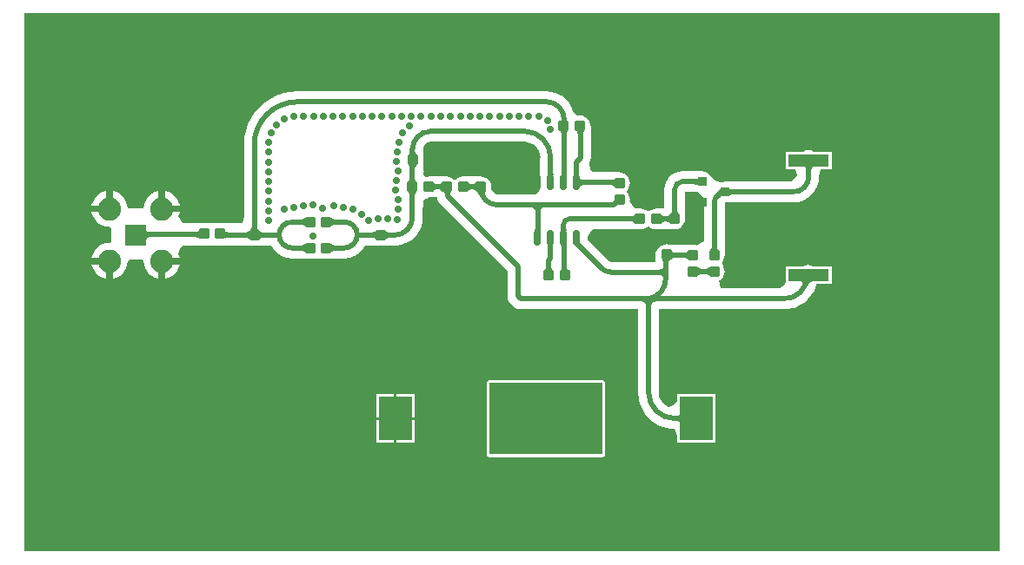
<source format=gtl>
G04*
G04 #@! TF.GenerationSoftware,Altium Limited,Altium Designer,20.1.7 (139)*
G04*
G04 Layer_Physical_Order=1*
G04 Layer_Color=255*
%FSLAX43Y43*%
%MOMM*%
G71*
G04*
G04 #@! TF.SameCoordinates,6177D0A9-487A-4126-AA2D-7D1D30F1A86E*
G04*
G04*
G04 #@! TF.FilePolarity,Positive*
G04*
G01*
G75*
%ADD16R,4.000X1.200*%
G04:AMPARAMS|DCode=17|XSize=0.94mm|YSize=1.02mm|CornerRadius=0.094mm|HoleSize=0mm|Usage=FLASHONLY|Rotation=0.000|XOffset=0mm|YOffset=0mm|HoleType=Round|Shape=RoundedRectangle|*
%AMROUNDEDRECTD17*
21,1,0.940,0.832,0,0,0.0*
21,1,0.752,1.020,0,0,0.0*
1,1,0.188,0.376,-0.416*
1,1,0.188,-0.376,-0.416*
1,1,0.188,-0.376,0.416*
1,1,0.188,0.376,0.416*
%
%ADD17ROUNDEDRECTD17*%
G04:AMPARAMS|DCode=18|XSize=0.94mm|YSize=1.02mm|CornerRadius=0.094mm|HoleSize=0mm|Usage=FLASHONLY|Rotation=90.000|XOffset=0mm|YOffset=0mm|HoleType=Round|Shape=RoundedRectangle|*
%AMROUNDEDRECTD18*
21,1,0.940,0.832,0,0,90.0*
21,1,0.752,1.020,0,0,90.0*
1,1,0.188,0.416,0.376*
1,1,0.188,0.416,-0.376*
1,1,0.188,-0.416,-0.376*
1,1,0.188,-0.416,0.376*
%
%ADD18ROUNDEDRECTD18*%
G04:AMPARAMS|DCode=19|XSize=1.5mm|YSize=0.6mm|CornerRadius=0.15mm|HoleSize=0mm|Usage=FLASHONLY|Rotation=270.000|XOffset=0mm|YOffset=0mm|HoleType=Round|Shape=RoundedRectangle|*
%AMROUNDEDRECTD19*
21,1,1.500,0.300,0,0,270.0*
21,1,1.200,0.600,0,0,270.0*
1,1,0.300,-0.150,-0.600*
1,1,0.300,-0.150,0.600*
1,1,0.300,0.150,0.600*
1,1,0.300,0.150,-0.600*
%
%ADD19ROUNDEDRECTD19*%
%ADD20R,0.813X0.813*%
%ADD21R,3.200X4.200*%
%ADD31C,0.489*%
%ADD32R,2.100X2.100*%
%ADD33C,2.250*%
%ADD34C,0.700*%
%ADD35C,0.500*%
G36*
X95000Y0D02*
X0D01*
Y52500D01*
X95000D01*
Y0D01*
D02*
G37*
%LPC*%
G36*
X13703Y35177D02*
Y33758D01*
X15122D01*
X15120Y33785D01*
X15019Y34117D01*
X14855Y34423D01*
X14636Y34691D01*
X14368Y34911D01*
X14062Y35074D01*
X13730Y35175D01*
X13703Y35177D01*
D02*
G37*
G36*
X7968D02*
X7940Y35175D01*
X7608Y35074D01*
X7302Y34911D01*
X7034Y34691D01*
X6815Y34423D01*
X6651Y34117D01*
X6550Y33785D01*
X6548Y33758D01*
X7968D01*
Y35177D01*
D02*
G37*
G36*
X26583Y44887D02*
X25903Y44843D01*
X25843Y44831D01*
X25235Y44710D01*
X24590Y44491D01*
X23979Y44189D01*
X23412Y43811D01*
X22900Y43362D01*
X22451Y42849D01*
X22072Y42283D01*
X21771Y41672D01*
X21552Y41027D01*
X21431Y40418D01*
X21419Y40358D01*
X21374Y39679D01*
X21377D01*
Y32713D01*
X21250Y32004D01*
X15454Y32004D01*
X15386Y32055D01*
X15019Y32763D01*
X15120Y33095D01*
X15122Y33123D01*
X13385D01*
Y33440D01*
X13068D01*
Y35177D01*
X13040Y35175D01*
X12708Y35074D01*
X12402Y34911D01*
X12134Y34691D01*
X11915Y34423D01*
X11751Y34117D01*
X11650Y33785D01*
X11622Y33500D01*
X10048Y33500D01*
X10020Y33785D01*
X9919Y34117D01*
X9755Y34423D01*
X9536Y34691D01*
X9268Y34911D01*
X8962Y35074D01*
X8630Y35175D01*
X8602Y35177D01*
Y33500D01*
X8500D01*
Y33440D01*
X8285D01*
Y33123D01*
X6548D01*
X6550Y33095D01*
X6651Y32763D01*
X6815Y32458D01*
X7034Y32190D01*
X7302Y31970D01*
X7608Y31806D01*
X7940Y31706D01*
X8285Y31672D01*
X8500Y31477D01*
Y30304D01*
X8285Y30109D01*
X7940Y30075D01*
X7608Y29974D01*
X7302Y29811D01*
X7034Y29591D01*
X6815Y29323D01*
X6651Y29017D01*
X6550Y28685D01*
X6548Y28658D01*
X8285D01*
Y28340D01*
X8602D01*
Y26603D01*
X8630Y26606D01*
X8962Y26706D01*
X9268Y26870D01*
X9536Y27090D01*
X9755Y27358D01*
X9919Y27663D01*
X10020Y27995D01*
X10054Y28340D01*
X10198Y28500D01*
X11472Y28500D01*
X11616Y28340D01*
X11650Y27995D01*
X11751Y27663D01*
X11915Y27358D01*
X12134Y27090D01*
X12402Y26870D01*
X12708Y26706D01*
X13040Y26606D01*
X13068Y26603D01*
Y28340D01*
X13385D01*
Y28658D01*
X15122D01*
X15120Y28685D01*
X15019Y29017D01*
X14984Y29083D01*
X15267Y29708D01*
X15413Y29845D01*
X21250Y29845D01*
Y29875D01*
X24036D01*
X24173Y29619D01*
X24457Y29273D01*
X24804Y28988D01*
X25200Y28777D01*
X25629Y28647D01*
X26075Y28603D01*
Y28605D01*
X27825D01*
X27876Y28612D01*
X29354D01*
X29405Y28605D01*
X31155D01*
Y28603D01*
X31601Y28647D01*
X32030Y28777D01*
X32426Y28988D01*
X32773Y29273D01*
X33057Y29619D01*
X33194Y29875D01*
X34538D01*
X34711Y29852D01*
X35293D01*
X36051Y29852D01*
X36055Y29852D01*
Y29852D01*
X36056Y29853D01*
X36484Y29886D01*
X36903Y29987D01*
X37301Y30152D01*
X37668Y30377D01*
X37996Y30656D01*
X38276Y30984D01*
X38501Y31351D01*
X38665Y31749D01*
X38766Y32168D01*
X38800Y32597D01*
X38798Y32623D01*
X38800Y32637D01*
Y33528D01*
X38862D01*
Y33931D01*
X39359Y34574D01*
X40208D01*
X40228Y34417D01*
X40330Y34172D01*
X40491Y33961D01*
X47056Y27396D01*
Y24928D01*
X47091Y24666D01*
X47192Y24421D01*
X47354Y24210D01*
X47640Y23924D01*
X47850Y23763D01*
X48095Y23661D01*
X48358Y23627D01*
X59782D01*
Y15523D01*
X59780D01*
X59823Y14967D01*
X59864Y14795D01*
X59954Y14424D01*
X60167Y13908D01*
X60459Y13432D01*
X60822Y13008D01*
X61246Y12645D01*
X61722Y12353D01*
X62238Y12140D01*
X62609Y12051D01*
X62781Y12010D01*
X63337Y11966D01*
X63585Y11306D01*
Y10629D01*
X67293D01*
Y15337D01*
X63585D01*
Y14654D01*
X63320Y14349D01*
X62823Y14090D01*
X62752Y14111D01*
X62488Y14253D01*
X62257Y14443D01*
X62066Y14674D01*
X61925Y14938D01*
X61838Y15225D01*
X61810Y15509D01*
X61812Y15523D01*
Y23627D01*
X73968D01*
X73968Y23625D01*
X74487Y23666D01*
X74693Y23715D01*
X74693Y23715D01*
X74693Y23715D01*
X74993Y23787D01*
X75473Y23986D01*
X75917Y24258D01*
X76313Y24596D01*
X76651Y24992D01*
X76923Y25436D01*
X77122Y25916D01*
X77163Y26087D01*
X78646D01*
Y27795D01*
X76933D01*
X76900Y27820D01*
X76655Y27922D01*
X76392Y27956D01*
X76267D01*
X76005Y27922D01*
X75760Y27820D01*
X75727Y27795D01*
X74138D01*
Y26383D01*
X74054Y26025D01*
X73555Y25657D01*
X67776D01*
X67625Y26419D01*
X67705Y26452D01*
X67915Y26614D01*
X68077Y26824D01*
X68178Y27069D01*
X68213Y27332D01*
X68178Y27594D01*
X68077Y27839D01*
X67948Y28122D01*
X68077Y28404D01*
X68178Y28649D01*
X68213Y28912D01*
Y34014D01*
X68215D01*
X68222Y34031D01*
X68239Y34038D01*
Y34041D01*
X68432Y34066D01*
X74894D01*
X74894Y34063D01*
X75385Y34111D01*
X75609Y34179D01*
X75609Y34179D01*
X75609Y34179D01*
X75857Y34254D01*
X76292Y34487D01*
X76674Y34800D01*
X76987Y35181D01*
X77219Y35616D01*
X77363Y36089D01*
X77411Y36580D01*
X77543Y37287D01*
X78646D01*
Y38995D01*
X76933D01*
X76900Y39020D01*
X76655Y39122D01*
X76392Y39156D01*
X76130Y39122D01*
X75885Y39020D01*
X75852Y38995D01*
X74138D01*
Y37287D01*
X75104D01*
X75239Y36691D01*
X74718Y36096D01*
X68264D01*
X68002Y36062D01*
X67961Y36045D01*
X67838Y36033D01*
X67788Y36018D01*
X67724Y36022D01*
X67135Y36280D01*
X66939Y36506D01*
X66908Y36579D01*
X66747Y36790D01*
X66537Y36951D01*
X66292Y37052D01*
X66029Y37087D01*
X64048D01*
X64037Y37086D01*
X63711Y37053D01*
X63387Y36955D01*
X63089Y36796D01*
X62828Y36581D01*
X62613Y36320D01*
X62453Y36021D01*
X62355Y35697D01*
X62323Y35372D01*
X62322Y35361D01*
Y33455D01*
X61561D01*
X61299Y33420D01*
X61054Y33319D01*
X60771Y33190D01*
X60489Y33319D01*
X60244Y33420D01*
X59981Y33455D01*
X59459D01*
X59441Y33466D01*
X59154Y33810D01*
X58951Y34217D01*
X58967Y34339D01*
X58933Y34602D01*
X58831Y34847D01*
X58703Y35129D01*
X58831Y35412D01*
X58933Y35657D01*
X58967Y35919D01*
X58968Y35919D01*
X58930Y36204D01*
X58821Y36469D01*
X58821Y36469D01*
X58646Y36697D01*
X58418Y36872D01*
X58418Y36872D01*
X58153Y36982D01*
X57868Y37019D01*
Y37018D01*
X55330D01*
X55124Y37308D01*
X54989Y37780D01*
X55047Y37856D01*
X55148Y38100D01*
X55183Y38363D01*
Y41459D01*
X55148Y41722D01*
X55047Y41967D01*
X54885Y42177D01*
X54812Y42251D01*
X54601Y42412D01*
X54357Y42513D01*
X54094Y42548D01*
X53785Y42573D01*
X53449Y43007D01*
X53286Y43401D01*
X53063Y43765D01*
X52786Y44089D01*
X52462Y44366D01*
X52099Y44588D01*
X51705Y44752D01*
X51290Y44851D01*
X50871Y44884D01*
X50865Y44885D01*
X26583D01*
Y44887D01*
D02*
G37*
G36*
X15122Y28023D02*
X13703D01*
Y26603D01*
X13730Y26606D01*
X14062Y26706D01*
X14368Y26870D01*
X14636Y27090D01*
X14855Y27358D01*
X15019Y27663D01*
X15120Y27995D01*
X15122Y28023D01*
D02*
G37*
G36*
X7968D02*
X6548D01*
X6550Y27995D01*
X6651Y27663D01*
X6815Y27358D01*
X7034Y27090D01*
X7302Y26870D01*
X7608Y26706D01*
X7940Y26606D01*
X7968Y26603D01*
Y28023D01*
D02*
G37*
G36*
X37993Y15337D02*
X36266D01*
Y13110D01*
X37993D01*
Y15337D01*
D02*
G37*
G36*
X36012D02*
X34285D01*
Y13110D01*
X36012D01*
Y15337D01*
D02*
G37*
G36*
X37993Y12856D02*
X36266D01*
Y10629D01*
X37993D01*
Y12856D01*
D02*
G37*
G36*
X36012D02*
X34285D01*
Y10629D01*
X36012D01*
Y12856D01*
D02*
G37*
G36*
X56289Y16742D02*
X45289D01*
X45190Y16722D01*
X45106Y16666D01*
X45050Y16582D01*
X45030Y16483D01*
Y9483D01*
X45050Y9384D01*
X45106Y9300D01*
X45190Y9244D01*
X45289Y9224D01*
X56289D01*
X56388Y9244D01*
X56472Y9300D01*
X56528Y9384D01*
X56548Y9483D01*
Y16483D01*
X56528Y16582D01*
X56472Y16666D01*
X56388Y16722D01*
X56289Y16742D01*
D02*
G37*
%LPD*%
G36*
X54512Y41031D02*
X54491Y41004D01*
X54472Y40970D01*
X54456Y40929D01*
X54443Y40881D01*
X54432Y40826D01*
X54423Y40764D01*
X54413Y40618D01*
X54412Y40535D01*
X53923D01*
X53920Y40631D01*
X53913Y40717D01*
X53901Y40792D01*
X53884Y40858D01*
X53862Y40913D01*
X53835Y40958D01*
X53804Y40993D01*
X53767Y41018D01*
X53726Y41032D01*
X53680Y41036D01*
X54535Y41051D01*
X54512Y41031D01*
D02*
G37*
G36*
X52928Y41029D02*
X52904Y41000D01*
X52882Y40964D01*
X52863Y40923D01*
X52848Y40874D01*
X52835Y40819D01*
X52825Y40758D01*
X52817Y40690D01*
X52812Y40535D01*
X52323D01*
X52320Y40633D01*
X52313Y40720D01*
X52301Y40798D01*
X52284Y40865D01*
X52262Y40921D01*
X52235Y40968D01*
X52204Y41004D01*
X52167Y41029D01*
X52126Y41045D01*
X52080Y41050D01*
X52955Y41051D01*
X52928Y41029D01*
D02*
G37*
G36*
X49005Y39958D02*
X49291Y39871D01*
X49555Y39730D01*
X49787Y39540D01*
X49977Y39308D01*
X50118Y39044D01*
X50205Y38758D01*
X50233Y38474D01*
X50231Y38459D01*
Y36003D01*
X50266Y35740D01*
X50318Y35614D01*
X50155Y35202D01*
X49901Y34852D01*
X46004D01*
X45736Y35111D01*
X45477Y35379D01*
Y35589D01*
X45443Y35852D01*
X45341Y36097D01*
X45180Y36307D01*
X44970Y36468D01*
X44725Y36570D01*
X44462Y36604D01*
X42715D01*
X42452Y36570D01*
X42207Y36468D01*
X41997Y36307D01*
X41852D01*
X41642Y36468D01*
X41397Y36570D01*
X41135Y36604D01*
X39359D01*
X38862Y37247D01*
Y39504D01*
X38904Y39607D01*
X39025Y39764D01*
X39183Y39885D01*
X39366Y39961D01*
X39553Y39985D01*
X39563Y39984D01*
X48706D01*
X48721Y39986D01*
X49005Y39958D01*
D02*
G37*
G36*
X38037Y39154D02*
X38043Y39087D01*
X38055Y39025D01*
X38070Y38967D01*
X38091Y38913D01*
X38115Y38863D01*
X38145Y38818D01*
X38179Y38777D01*
X38217Y38741D01*
X38260Y38709D01*
X37376D01*
X37409Y38734D01*
X37437Y38765D01*
X37463Y38802D01*
X37485Y38845D01*
X37503Y38894D01*
X37518Y38949D01*
X37530Y39009D01*
X37539Y39075D01*
X37544Y39147D01*
X37545Y39225D01*
X38034D01*
X38037Y39154D01*
D02*
G37*
G36*
X38216Y37713D02*
X38177Y37675D01*
X38142Y37634D01*
X38112Y37589D01*
X38087Y37539D01*
X38066Y37486D01*
X38050Y37428D01*
X38038Y37366D01*
X38031Y37300D01*
X38029Y37229D01*
X37540D01*
X37538Y37308D01*
X37525Y37447D01*
X37514Y37507D01*
X37499Y37562D01*
X37481Y37610D01*
X37460Y37653D01*
X37435Y37690D01*
X37407Y37721D01*
X37376Y37745D01*
X38260D01*
X38216Y37713D01*
D02*
G37*
G36*
X76835Y37542D02*
X76793Y37528D01*
X76757Y37503D01*
X76725Y37469D01*
X76698Y37424D01*
X76676Y37370D01*
X76659Y37306D01*
X76647Y37232D01*
X76639Y37149D01*
X76637Y37055D01*
X76148D01*
X76145Y37149D01*
X76138Y37232D01*
X76126Y37306D01*
X76109Y37370D01*
X76087Y37424D01*
X76060Y37469D01*
X76028Y37503D01*
X75991Y37528D01*
X75950Y37542D01*
X75903Y37547D01*
X76881D01*
X76835Y37542D01*
D02*
G37*
G36*
X51491Y37114D02*
X51519Y36703D01*
X51526Y36678D01*
X51535Y36661D01*
X50958D01*
X50966Y36678D01*
X50974Y36703D01*
X50980Y36737D01*
X50986Y36779D01*
X50995Y36888D01*
X51002Y37206D01*
X51491D01*
X51491Y37114D01*
D02*
G37*
G36*
X38031Y36512D02*
X38037Y36442D01*
X38046Y36378D01*
X38060Y36318D01*
X38077Y36264D01*
X38098Y36215D01*
X38123Y36171D01*
X38152Y36132D01*
X38184Y36099D01*
X38221Y36071D01*
X37338D01*
X37376Y36100D01*
X37410Y36135D01*
X37441Y36174D01*
X37467Y36218D01*
X37489Y36267D01*
X37508Y36321D01*
X37522Y36380D01*
X37532Y36444D01*
X37538Y36513D01*
X37540Y36587D01*
X38029D01*
X38031Y36512D01*
D02*
G37*
G36*
X44020Y35108D02*
X43987Y35153D01*
X43949Y35193D01*
X43907Y35229D01*
X43862Y35259D01*
X43812Y35285D01*
X43759Y35307D01*
X43701Y35323D01*
X43639Y35335D01*
X43588Y35341D01*
X43537Y35335D01*
X43476Y35323D01*
X43418Y35307D01*
X43364Y35285D01*
X43315Y35259D01*
X43269Y35229D01*
X43228Y35193D01*
X43190Y35153D01*
X43156Y35108D01*
Y36071D01*
X43190Y36026D01*
X43228Y35985D01*
X43269Y35950D01*
X43315Y35919D01*
X43364Y35893D01*
X43418Y35872D01*
X43476Y35855D01*
X43537Y35843D01*
X43588Y35838D01*
X43639Y35843D01*
X43701Y35855D01*
X43759Y35872D01*
X43812Y35893D01*
X43862Y35919D01*
X43907Y35950D01*
X43949Y35985D01*
X43987Y36026D01*
X44020Y36071D01*
Y35108D01*
D02*
G37*
G36*
X40693D02*
X40659Y35153D01*
X40622Y35193D01*
X40580Y35229D01*
X40534Y35259D01*
X40485Y35285D01*
X40431Y35307D01*
X40374Y35323D01*
X40312Y35335D01*
X40247Y35342D01*
X40182Y35335D01*
X40120Y35323D01*
X40063Y35307D01*
X40009Y35285D01*
X39959Y35259D01*
X39914Y35229D01*
X39872Y35193D01*
X39834Y35153D01*
X39801Y35108D01*
Y36071D01*
X39834Y36026D01*
X39872Y35985D01*
X39914Y35950D01*
X39959Y35919D01*
X40009Y35893D01*
X40063Y35872D01*
X40120Y35855D01*
X40182Y35843D01*
X40247Y35836D01*
X40312Y35843D01*
X40374Y35855D01*
X40431Y35872D01*
X40485Y35893D01*
X40534Y35919D01*
X40580Y35950D01*
X40622Y35985D01*
X40659Y36026D01*
X40693Y36071D01*
Y35108D01*
D02*
G37*
G36*
X65626Y35668D02*
X65621Y35699D01*
X65606Y35726D01*
X65582Y35749D01*
X65548Y35770D01*
X65504Y35788D01*
X65450Y35802D01*
X65386Y35813D01*
X65313Y35821D01*
X65137Y35827D01*
Y36316D01*
X65230Y36318D01*
X65386Y36331D01*
X65450Y36342D01*
X65504Y36356D01*
X65548Y36374D01*
X65582Y36394D01*
X65606Y36418D01*
X65621Y36445D01*
X65626Y36475D01*
Y35668D01*
D02*
G37*
G36*
X57452Y35515D02*
X57448Y35561D01*
X57434Y35603D01*
X57409Y35639D01*
X57375Y35671D01*
X57330Y35698D01*
X57275Y35720D01*
X57210Y35737D01*
X57135Y35749D01*
X57050Y35756D01*
X56954Y35759D01*
Y36248D01*
X57039Y36249D01*
X57248Y36266D01*
X57304Y36276D01*
X57352Y36288D01*
X57392Y36303D01*
X57426Y36320D01*
X57452Y36339D01*
X57470Y36361D01*
X57452Y35515D01*
D02*
G37*
G36*
X54088Y36446D02*
X54103Y36404D01*
X54127Y36368D01*
X54162Y36336D01*
X54206Y36309D01*
X54260Y36287D01*
X54324Y36270D01*
X54398Y36258D01*
X54482Y36250D01*
X54575Y36248D01*
Y35759D01*
X54482Y35756D01*
X54398Y35749D01*
X54324Y35737D01*
X54260Y35720D01*
X54206Y35698D01*
X54162Y35671D01*
X54127Y35639D01*
X54103Y35602D01*
X54088Y35561D01*
X54083Y35514D01*
Y36492D01*
X54088Y36446D01*
D02*
G37*
G36*
X41553Y35089D02*
X41532Y35064D01*
X41514Y35035D01*
X41498Y35000D01*
X41484Y34960D01*
X41473Y34914D01*
X41465Y34863D01*
X41458Y34807D01*
X41453Y34679D01*
X40964D01*
X40963Y34757D01*
X40950Y34888D01*
X40939Y34940D01*
X40925Y34985D01*
X40908Y35021D01*
X40888Y35049D01*
X40864Y35069D01*
X40838Y35080D01*
X40808Y35084D01*
X41576Y35108D01*
X41553Y35089D01*
D02*
G37*
G36*
X68647Y35434D02*
X68662Y35411D01*
X68686Y35391D01*
X68721Y35374D01*
X68765Y35359D01*
X68818Y35347D01*
X68882Y35338D01*
X68955Y35331D01*
X69131Y35326D01*
Y34837D01*
X69038Y34835D01*
X68882Y34820D01*
X68818Y34807D01*
X68765Y34791D01*
X68721Y34770D01*
X68686Y34746D01*
X68662Y34719D01*
X68647Y34687D01*
X68642Y34652D01*
Y35459D01*
X68647Y35434D01*
D02*
G37*
G36*
X44904Y35103D02*
X44888Y35064D01*
X44877Y35022D01*
X44871Y34977D01*
X44870Y34928D01*
X44873Y34876D01*
X44881Y34821D01*
X44893Y34762D01*
X44910Y34700D01*
X44932Y34635D01*
X44383Y34614D01*
X44358Y34679D01*
X44330Y34740D01*
X44300Y34798D01*
X44268Y34852D01*
X44233Y34903D01*
X44195Y34951D01*
X44155Y34995D01*
X44113Y35036D01*
X44068Y35073D01*
X44020Y35108D01*
X44924Y35138D01*
X44904Y35103D01*
D02*
G37*
G36*
X38184Y35079D02*
X38152Y35046D01*
X38123Y35007D01*
X38098Y34964D01*
X38077Y34914D01*
X38060Y34860D01*
X38046Y34801D01*
X38037Y34736D01*
X38031Y34666D01*
X38029Y34591D01*
X37540D01*
X37538Y34665D01*
X37532Y34734D01*
X37522Y34798D01*
X37508Y34857D01*
X37489Y34911D01*
X37467Y34960D01*
X37441Y35004D01*
X37410Y35044D01*
X37376Y35078D01*
X37338Y35108D01*
X38221D01*
X38184Y35079D01*
D02*
G37*
G36*
X67836Y34652D02*
X67832Y34636D01*
X67823Y34617D01*
X67807Y34594D01*
X67784Y34568D01*
X67755Y34539D01*
X67678Y34471D01*
X67575Y34390D01*
X67513Y34344D01*
X67411Y34998D01*
X67492Y35059D01*
X67683Y35222D01*
X67730Y35269D01*
X67768Y35314D01*
X67797Y35355D01*
X67819Y35393D01*
X67831Y35428D01*
X67836Y35459D01*
Y34652D01*
D02*
G37*
G36*
X50735Y33592D02*
X50642Y33587D01*
X50559Y33573D01*
X50486Y33548D01*
X50422Y33514D01*
X50369Y33470D01*
X50325Y33416D01*
X50290Y33352D01*
X50266Y33279D01*
X50251Y33196D01*
X50246Y33103D01*
X49757D01*
X49752Y33196D01*
X49738Y33279D01*
X49713Y33352D01*
X49679Y33416D01*
X49635Y33470D01*
X49581Y33514D01*
X49518Y33548D01*
X49444Y33573D01*
X49361Y33587D01*
X49268Y33592D01*
X50002Y34081D01*
X50735Y33592D01*
D02*
G37*
G36*
X63584Y33381D02*
X63591Y33316D01*
X63603Y33254D01*
X63619Y33196D01*
X63641Y33143D01*
X63667Y33093D01*
X63697Y33048D01*
X63733Y33006D01*
X63773Y32968D01*
X63818Y32935D01*
X62855D01*
X62900Y32968D01*
X62941Y33006D01*
X62976Y33048D01*
X63007Y33093D01*
X63033Y33143D01*
X63054Y33196D01*
X63071Y33254D01*
X63083Y33316D01*
X63090Y33381D01*
X63092Y33451D01*
X63581D01*
X63584Y33381D01*
D02*
G37*
G36*
X62855Y32051D02*
X62833Y32079D01*
X62804Y32103D01*
X62768Y32125D01*
X62727Y32143D01*
X62678Y32159D01*
X62623Y32172D01*
X62562Y32182D01*
X62494Y32189D01*
X62438Y32191D01*
X62384Y32186D01*
X62322Y32174D01*
X62265Y32157D01*
X62211Y32136D01*
X62162Y32110D01*
X62116Y32079D01*
X62074Y32043D01*
X62037Y32003D01*
X62003Y31958D01*
Y32921D01*
X62037Y32876D01*
X62074Y32836D01*
X62116Y32800D01*
X62162Y32769D01*
X62211Y32743D01*
X62265Y32722D01*
X62322Y32705D01*
X62384Y32694D01*
X62444Y32687D01*
X62524Y32694D01*
X62602Y32706D01*
X62669Y32723D01*
X62725Y32745D01*
X62772Y32772D01*
X62808Y32803D01*
X62833Y32840D01*
X62849Y32881D01*
X62854Y32927D01*
X62855Y32051D01*
D02*
G37*
G36*
X59540Y31958D02*
X59506Y32003D01*
X59468Y32043D01*
X59427Y32079D01*
X59381Y32110D01*
X59332Y32136D01*
X59278Y32157D01*
X59220Y32174D01*
X59159Y32186D01*
X59093Y32193D01*
X59024Y32195D01*
Y32684D01*
X59093Y32687D01*
X59159Y32694D01*
X59220Y32705D01*
X59278Y32722D01*
X59332Y32743D01*
X59381Y32769D01*
X59427Y32800D01*
X59468Y32836D01*
X59506Y32876D01*
X59540Y32921D01*
Y31958D01*
D02*
G37*
G36*
X29880Y32597D02*
X29918Y32556D01*
X29960Y32521D01*
X30005Y32490D01*
X30055Y32464D01*
X30108Y32443D01*
X30166Y32426D01*
X30228Y32414D01*
X30293Y32407D01*
X30363Y32405D01*
Y31916D01*
X30293Y31913D01*
X30228Y31906D01*
X30166Y31894D01*
X30108Y31878D01*
X30055Y31856D01*
X30005Y31830D01*
X29960Y31800D01*
X29918Y31764D01*
X29880Y31724D01*
X29847Y31679D01*
Y32642D01*
X29880Y32597D01*
D02*
G37*
G36*
X27383Y31679D02*
X27350Y31724D01*
X27312Y31764D01*
X27270Y31800D01*
X27225Y31830D01*
X27175Y31856D01*
X27122Y31878D01*
X27064Y31894D01*
X27002Y31906D01*
X26937Y31913D01*
X26867Y31916D01*
Y32405D01*
X26937Y32407D01*
X27002Y32414D01*
X27064Y32426D01*
X27122Y32443D01*
X27175Y32464D01*
X27225Y32490D01*
X27270Y32521D01*
X27312Y32556D01*
X27350Y32597D01*
X27383Y32642D01*
Y31679D01*
D02*
G37*
G36*
X66172Y34469D02*
X66210Y34312D01*
X66181Y34014D01*
X66182D01*
Y30341D01*
X66019Y30173D01*
X65420Y29885D01*
X65403Y29892D01*
X65140Y29927D01*
X62848D01*
X62815Y29940D01*
X62600Y30011D01*
X62600Y30011D01*
X62552Y29975D01*
X62289Y29940D01*
X62044Y29839D01*
X61834Y29678D01*
X61755Y29599D01*
X61594Y29389D01*
X61493Y29144D01*
X61458Y28881D01*
Y28273D01*
X57132D01*
X57125Y28272D01*
X57007Y28296D01*
X56907Y28362D01*
X56903Y28368D01*
X54857Y30414D01*
Y30548D01*
X54842Y30662D01*
X55089Y31122D01*
X55344Y31420D01*
X55351Y31424D01*
X59981D01*
X60244Y31459D01*
X60489Y31560D01*
X60771Y31689D01*
X61054Y31560D01*
X61299Y31459D01*
X61561Y31424D01*
X63283D01*
X63283Y31424D01*
X63560Y31460D01*
X63818Y31567D01*
X63818Y31567D01*
X64039Y31737D01*
X64209Y31958D01*
X64209Y31959D01*
X64316Y32216D01*
X64352Y32493D01*
X64352D01*
Y35057D01*
X65636D01*
X66172Y34469D01*
D02*
G37*
G36*
X22639Y31781D02*
X22646Y31715D01*
X22658Y31654D01*
X22674Y31596D01*
X22696Y31543D01*
X22722Y31493D01*
X22753Y31447D01*
X22788Y31406D01*
X22829Y31368D01*
X22874Y31334D01*
X21910D01*
X21955Y31368D01*
X21996Y31406D01*
X22031Y31447D01*
X22062Y31493D01*
X22088Y31543D01*
X22110Y31596D01*
X22126Y31654D01*
X22138Y31715D01*
X22145Y31781D01*
X22147Y31851D01*
X22637D01*
X22639Y31781D01*
D02*
G37*
G36*
X52761Y31714D02*
X52789Y31303D01*
X52796Y31278D01*
X52805Y31261D01*
X52228D01*
X52236Y31278D01*
X52244Y31303D01*
X52250Y31337D01*
X52256Y31379D01*
X52265Y31488D01*
X52272Y31806D01*
X52761D01*
X52761Y31714D01*
D02*
G37*
G36*
X50246Y31777D02*
X50265Y31261D01*
X49688D01*
X49701Y31285D01*
X49713Y31316D01*
X49723Y31355D01*
X49732Y31400D01*
X49746Y31513D01*
X49755Y31654D01*
X49757Y31823D01*
X50246Y31777D01*
D02*
G37*
G36*
X19547Y31333D02*
X19561Y31291D01*
X19585Y31255D01*
X19619Y31223D01*
X19663Y31196D01*
X19718Y31174D01*
X19782Y31157D01*
X19856Y31145D01*
X19941Y31137D01*
X20036Y31135D01*
Y30646D01*
X19954Y30644D01*
X19812Y30633D01*
X19750Y30623D01*
X19695Y30611D01*
X19647Y30596D01*
X19605Y30577D01*
X19570Y30557D01*
X19541Y30533D01*
X19520Y30506D01*
X19544Y31379D01*
X19547Y31333D01*
D02*
G37*
G36*
X17056Y30506D02*
X17031Y30538D01*
X17001Y30566D01*
X16964Y30590D01*
X16921Y30612D01*
X16872Y30630D01*
X16818Y30645D01*
X16757Y30656D01*
X16691Y30664D01*
X16618Y30669D01*
X16540Y30671D01*
Y31160D01*
X16635Y31163D01*
X16719Y31170D01*
X16794Y31182D01*
X16858Y31199D01*
X16913Y31221D01*
X16957Y31248D01*
X16991Y31280D01*
X17015Y31316D01*
X17029Y31358D01*
X17032Y31404D01*
X17056Y30506D01*
D02*
G37*
G36*
X22903Y31296D02*
X22937Y31263D01*
X22976Y31233D01*
X23020Y31207D01*
X23069Y31185D01*
X23123Y31167D01*
X23183Y31153D01*
X23247Y31143D01*
X23316Y31137D01*
X23390Y31135D01*
Y30646D01*
X23315Y30644D01*
X23246Y30638D01*
X23181Y30628D01*
X23122Y30615D01*
X23068Y30597D01*
X23019Y30576D01*
X22975Y30550D01*
X22936Y30521D01*
X22902Y30488D01*
X22874Y30451D01*
Y31334D01*
X22903Y31296D01*
D02*
G37*
G36*
X21910Y30451D02*
X21882Y30488D01*
X21848Y30521D01*
X21809Y30550D01*
X21765Y30576D01*
X21716Y30597D01*
X21662Y30615D01*
X21603Y30628D01*
X21538Y30638D01*
X21469Y30644D01*
X21394Y30646D01*
Y31135D01*
X21468Y31137D01*
X21537Y31143D01*
X21601Y31153D01*
X21661Y31167D01*
X21715Y31185D01*
X21764Y31207D01*
X21808Y31233D01*
X21847Y31263D01*
X21881Y31296D01*
X21910Y31334D01*
Y30451D01*
D02*
G37*
G36*
X11884Y31358D02*
X11899Y31317D01*
X11923Y31280D01*
X11958Y31248D01*
X12002Y31221D01*
X12056Y31199D01*
X12120Y31182D01*
X12194Y31170D01*
X12278Y31163D01*
X12371Y31160D01*
Y30671D01*
X12278Y30669D01*
X12194Y30661D01*
X12120Y30649D01*
X12056Y30632D01*
X12002Y30610D01*
X11958Y30583D01*
X11923Y30551D01*
X11899Y30515D01*
X11884Y30473D01*
X11879Y30427D01*
Y31405D01*
X11884Y31358D01*
D02*
G37*
G36*
X35221Y31272D02*
X35255Y31238D01*
X35294Y31208D01*
X35338Y31183D01*
X35387Y31161D01*
X35442Y31143D01*
X35501Y31130D01*
X35565Y31120D01*
X35634Y31114D01*
X35709Y31112D01*
Y30623D01*
X35634Y30621D01*
X35565Y30615D01*
X35501Y30605D01*
X35442Y30591D01*
X35387Y30574D01*
X35338Y30552D01*
X35294Y30526D01*
X35255Y30497D01*
X35221Y30463D01*
X35193Y30426D01*
Y31309D01*
X35221Y31272D01*
D02*
G37*
G36*
X34229Y30426D02*
X34198Y30468D01*
X34162Y30505D01*
X34121Y30538D01*
X34076Y30567D01*
X34027Y30591D01*
X33973Y30611D01*
X33915Y30626D01*
X33852Y30637D01*
X33785Y30643D01*
X33713Y30646D01*
Y31135D01*
X33790Y31136D01*
X33928Y31150D01*
X33988Y31163D01*
X34042Y31178D01*
X34091Y31197D01*
X34134Y31220D01*
X34172Y31246D01*
X34203Y31276D01*
X34229Y31309D01*
Y30426D01*
D02*
G37*
G36*
X51522Y29922D02*
X51510Y29890D01*
X51499Y29852D01*
X51490Y29806D01*
X51477Y29694D01*
X51468Y29553D01*
X51466Y29384D01*
X50976Y29429D01*
X50958Y29946D01*
X51535D01*
X51522Y29922D01*
D02*
G37*
G36*
X52816Y29938D02*
X52821Y29914D01*
X52826Y29876D01*
X52832Y29760D01*
X52837Y29364D01*
X52348Y29368D01*
X52347Y29445D01*
X52329Y29652D01*
X52318Y29712D01*
X52305Y29767D01*
X52289Y29818D01*
X52271Y29865D01*
X52251Y29908D01*
X52228Y29946D01*
X52805D01*
X52811Y29949D01*
X52816Y29938D01*
D02*
G37*
G36*
X67444Y29800D02*
X67452Y29734D01*
X67463Y29673D01*
X67480Y29615D01*
X67501Y29561D01*
X67527Y29512D01*
X67558Y29466D01*
X67594Y29425D01*
X67634Y29387D01*
X67679Y29353D01*
X66716D01*
X66761Y29387D01*
X66801Y29425D01*
X66837Y29466D01*
X66868Y29512D01*
X66894Y29561D01*
X66915Y29615D01*
X66932Y29673D01*
X66944Y29734D01*
X66951Y29800D01*
X66953Y29869D01*
X67442D01*
X67444Y29800D01*
D02*
G37*
G36*
X29880Y30057D02*
X29918Y30016D01*
X29960Y29981D01*
X30005Y29950D01*
X30055Y29924D01*
X30108Y29903D01*
X30166Y29886D01*
X30228Y29874D01*
X30293Y29867D01*
X30363Y29865D01*
Y29376D01*
X30293Y29373D01*
X30228Y29366D01*
X30166Y29354D01*
X30108Y29338D01*
X30055Y29316D01*
X30005Y29290D01*
X29960Y29260D01*
X29918Y29224D01*
X29880Y29184D01*
X29847Y29139D01*
Y30102D01*
X29880Y30057D01*
D02*
G37*
G36*
X27383Y29139D02*
X27350Y29184D01*
X27312Y29224D01*
X27270Y29260D01*
X27225Y29290D01*
X27175Y29316D01*
X27122Y29338D01*
X27064Y29354D01*
X27002Y29366D01*
X26937Y29373D01*
X26867Y29376D01*
Y29865D01*
X26937Y29867D01*
X27002Y29874D01*
X27064Y29886D01*
X27122Y29903D01*
X27175Y29924D01*
X27225Y29950D01*
X27270Y29981D01*
X27312Y30016D01*
X27350Y30057D01*
X27383Y30102D01*
Y29139D01*
D02*
G37*
G36*
X63017Y29354D02*
X63031Y29312D01*
X63055Y29276D01*
X63090Y29244D01*
X63134Y29217D01*
X63189Y29195D01*
X63254Y29178D01*
X63329Y29166D01*
X63414Y29159D01*
X63510Y29156D01*
Y28667D01*
X63434Y28665D01*
X63364Y28660D01*
X63300Y28650D01*
X63240Y28637D01*
X63186Y28620D01*
X63137Y28599D01*
X63093Y28575D01*
X63055Y28546D01*
X63021Y28514D01*
X62994Y28478D01*
X63013Y29400D01*
X63017Y29354D01*
D02*
G37*
G36*
X64659Y28470D02*
X64630Y28507D01*
X64596Y28541D01*
X64557Y28571D01*
X64513Y28596D01*
X64464Y28618D01*
X64410Y28636D01*
X64350Y28649D01*
X64286Y28659D01*
X64217Y28665D01*
X64142Y28667D01*
Y29156D01*
X64217Y29158D01*
X64286Y29164D01*
X64350Y29174D01*
X64410Y29188D01*
X64464Y29205D01*
X64513Y29227D01*
X64557Y29253D01*
X64596Y29282D01*
X64630Y29316D01*
X64659Y29353D01*
Y28470D01*
D02*
G37*
G36*
X52840Y27828D02*
X52847Y27740D01*
X52859Y27663D01*
X52876Y27596D01*
X52898Y27539D01*
X52925Y27493D01*
X52956Y27457D01*
X52993Y27431D01*
X53034Y27416D01*
X53080Y27411D01*
X52204Y27409D01*
X52232Y27432D01*
X52256Y27461D01*
X52278Y27496D01*
X52296Y27538D01*
X52312Y27586D01*
X52325Y27641D01*
X52335Y27703D01*
X52342Y27770D01*
X52348Y27926D01*
X52837D01*
X52840Y27828D01*
D02*
G37*
G36*
X51312Y27851D02*
X51318Y27782D01*
X51328Y27718D01*
X51342Y27658D01*
X51360Y27604D01*
X51381Y27555D01*
X51407Y27511D01*
X51437Y27472D01*
X51470Y27438D01*
X51508Y27409D01*
X50624D01*
X50662Y27438D01*
X50695Y27472D01*
X50725Y27511D01*
X50751Y27555D01*
X50772Y27604D01*
X50790Y27658D01*
X50804Y27718D01*
X50814Y27782D01*
X50819Y27851D01*
X50821Y27926D01*
X51311D01*
X51312Y27851D01*
D02*
G37*
G36*
X66716Y26890D02*
X66687Y26927D01*
X66653Y26961D01*
X66614Y26991D01*
X66570Y27016D01*
X66521Y27038D01*
X66467Y27056D01*
X66408Y27069D01*
X66344Y27079D01*
X66274Y27085D01*
X66200Y27087D01*
Y27576D01*
X66274Y27578D01*
X66344Y27584D01*
X66408Y27594D01*
X66467Y27608D01*
X66521Y27625D01*
X66570Y27647D01*
X66614Y27673D01*
X66653Y27702D01*
X66687Y27736D01*
X66716Y27773D01*
Y26890D01*
D02*
G37*
G36*
X65651Y27736D02*
X65685Y27702D01*
X65724Y27673D01*
X65768Y27647D01*
X65817Y27625D01*
X65871Y27608D01*
X65930Y27594D01*
X65994Y27584D01*
X66064Y27578D01*
X66138Y27576D01*
Y27087D01*
X66064Y27085D01*
X65994Y27079D01*
X65930Y27069D01*
X65871Y27056D01*
X65817Y27038D01*
X65768Y27016D01*
X65724Y26991D01*
X65685Y26961D01*
X65651Y26927D01*
X65622Y26890D01*
Y27773D01*
X65651Y27736D01*
D02*
G37*
G36*
X62962Y28461D02*
X62915Y28457D01*
X62874Y28443D01*
X62837Y28418D01*
X62806Y28383D01*
X62779Y28339D01*
X62757Y28284D01*
X62740Y28219D01*
X62727Y28143D01*
X62720Y28058D01*
X62718Y27962D01*
X62248D01*
X62718Y27258D01*
X62229Y26623D01*
X62224Y26697D01*
X62209Y26764D01*
X62185Y26822D01*
X62150Y26873D01*
X62106Y26916D01*
X62053Y26951D01*
X61989Y26978D01*
X61916Y26998D01*
X61833Y27010D01*
X61740Y27013D01*
Y27503D01*
X61833Y27507D01*
X61916Y27522D01*
X61989Y27547D01*
X62053Y27581D01*
X62106Y27625D01*
X62150Y27679D01*
X62185Y27742D01*
X62209Y27816D01*
X62224Y27899D01*
X62228Y27985D01*
X62227Y28046D01*
X62210Y28254D01*
X62199Y28310D01*
X62186Y28358D01*
X62171Y28399D01*
X62153Y28432D01*
X62133Y28459D01*
X62110Y28478D01*
X62962Y28461D01*
D02*
G37*
G36*
X76662Y26343D02*
X76614Y26329D01*
X76568Y26306D01*
X76522Y26273D01*
X76479Y26231D01*
X76436Y26180D01*
X76395Y26120D01*
X76356Y26050D01*
X76318Y25971D01*
X76281Y25883D01*
X75738Y25898D01*
X75769Y25983D01*
X75791Y26059D01*
X75805Y26127D01*
X75810Y26185D01*
X75807Y26235D01*
X75795Y26275D01*
X75775Y26307D01*
X75747Y26329D01*
X75710Y26343D01*
X75665Y26347D01*
X76712D01*
X76662Y26343D01*
D02*
G37*
G36*
X61531Y24397D02*
X61438Y24392D01*
X61355Y24378D01*
X61281Y24353D01*
X61218Y24319D01*
X61164Y24275D01*
X61120Y24221D01*
X61086Y24158D01*
X61061Y24084D01*
X61046Y24001D01*
X61042Y23908D01*
X60553D01*
X60548Y24001D01*
X60533Y24084D01*
X60509Y24158D01*
X60474Y24221D01*
X60430Y24275D01*
X60376Y24319D01*
X60313Y24353D01*
X60240Y24378D01*
X60156Y24392D01*
X60064Y24397D01*
X60797Y24886D01*
X61531Y24397D01*
D02*
G37*
G36*
X63845Y12494D02*
X63840Y12541D01*
X63826Y12582D01*
X63801Y12619D01*
X63767Y12651D01*
X63722Y12678D01*
X63668Y12700D01*
X63604Y12717D01*
X63530Y12729D01*
X63447Y12736D01*
X63353Y12739D01*
Y13228D01*
X63447Y13230D01*
X63530Y13238D01*
X63604Y13250D01*
X63668Y13267D01*
X63722Y13289D01*
X63767Y13316D01*
X63801Y13348D01*
X63826Y13384D01*
X63840Y13426D01*
X63845Y13472D01*
Y12494D01*
D02*
G37*
G36*
X56289Y9483D02*
X45289D01*
Y16483D01*
X56289D01*
Y9483D01*
D02*
G37*
D16*
X76392Y38141D02*
D03*
Y26941D02*
D03*
D17*
X62552Y28960D02*
D03*
X60972D02*
D03*
X37818Y38227D02*
D03*
X39398D02*
D03*
X42715Y35589D02*
D03*
X41135D02*
D03*
X44462D02*
D03*
X46042D02*
D03*
X51066Y26928D02*
D03*
X52646D02*
D03*
X29405Y29620D02*
D03*
X27825D02*
D03*
X39359Y35589D02*
D03*
X37779D02*
D03*
X19078Y30988D02*
D03*
X17498D02*
D03*
X54094Y41533D02*
D03*
X52514D02*
D03*
X29405Y32160D02*
D03*
X27825D02*
D03*
X61561Y32440D02*
D03*
X59981D02*
D03*
D18*
X34711Y30867D02*
D03*
Y29287D02*
D03*
X22392Y30893D02*
D03*
Y29313D02*
D03*
X65140Y28912D02*
D03*
Y27332D02*
D03*
X67198D02*
D03*
Y28912D02*
D03*
X57952Y34339D02*
D03*
Y35919D02*
D03*
X63337Y32493D02*
D03*
Y30913D02*
D03*
D19*
X49976Y36003D02*
D03*
X51246D02*
D03*
X52516D02*
D03*
X53786D02*
D03*
X52516Y30603D02*
D03*
X51246D02*
D03*
X49976D02*
D03*
X53786D02*
D03*
D20*
X66029Y36072D02*
D03*
X68239Y35056D02*
D03*
X66029Y34040D02*
D03*
D21*
X36139Y12983D02*
D03*
X65439D02*
D03*
D31*
X52567Y42168D02*
G03*
X50865Y43870I-1702J0D01*
G01*
X26583D02*
G03*
X22392Y39679I0J-4191D01*
G01*
X26075Y32160D02*
G03*
X24805Y30890I0J-1270D01*
G01*
D02*
G03*
X26075Y29620I1270J0D01*
G01*
X49500Y36480D02*
G03*
X49976Y36003I476J0D01*
G01*
X73968Y24642D02*
G03*
X76267Y26941I0J2299D01*
G01*
X60797Y24665D02*
G03*
X62473Y26623I-305J1958D01*
G01*
X60797Y15523D02*
G03*
X63337Y12983I2540J0D01*
G01*
X74894Y35081D02*
G03*
X76392Y36580I0J1499D01*
G01*
X68239Y35056D02*
G03*
X67198Y34014I0J-1041D01*
G01*
X64048Y36072D02*
G03*
X63337Y35361I0J-711D01*
G01*
X63283Y32440D02*
G03*
X63337Y32493I0J53D01*
G01*
X56185Y27650D02*
G03*
X57132Y27258I947J947D01*
G01*
X62552Y28960D02*
G03*
X62600Y28912I48J0D01*
G01*
X53050Y32440D02*
G03*
X52516Y31906I0J-533D01*
G01*
X44462Y35361D02*
G03*
X45986Y33837I1524J0D01*
G01*
X49976Y30603D02*
G03*
X50002Y30629I0J25D01*
G01*
X36055Y30867D02*
G03*
X37784Y32637I-0J1730D01*
G01*
X39563Y40999D02*
G03*
X37790Y39226I0J-1773D01*
G01*
X57952Y35919D02*
G03*
X57868Y36003I-84J0D01*
G01*
X51246Y38459D02*
G03*
X48706Y40999I-2540J0D01*
G01*
X10860Y30916D02*
G03*
X10835Y30890I0J-25D01*
G01*
X32425D02*
G03*
X31155Y32160I-1270J0D01*
G01*
Y29620D02*
G03*
X32425Y30890I0J1270D01*
G01*
X52567Y36054D02*
Y42168D01*
X26583Y43870D02*
X50865D01*
X26075Y32160D02*
X27825D01*
X22392Y30893D02*
Y39679D01*
X19078Y30890D02*
X24805D01*
X26075Y29620D02*
X27825D01*
X37784Y35589D02*
Y38157D01*
X49500Y36480D02*
Y38500D01*
X50000D01*
X76267Y26941D02*
X76392D01*
X60797Y24642D02*
X73968D01*
X60797D02*
Y24665D01*
Y15523D02*
Y24642D01*
X48358D02*
X60797D01*
X63337Y12983D02*
X65439D01*
X68239Y35056D02*
X68264Y35081D01*
X74894D01*
X76392Y36580D02*
Y38141D01*
X67198Y28912D02*
Y34014D01*
X64048Y36072D02*
X66029D01*
X61561Y32440D02*
X63283D01*
X63337Y32493D02*
Y35361D01*
X65140Y27332D02*
X67198D01*
X62473Y28881D02*
X62552Y28960D01*
X62473Y27258D02*
Y28881D01*
Y26623D02*
Y27258D01*
X53786Y30603D02*
X53842Y30548D01*
Y29993D02*
Y30548D01*
Y29993D02*
X56185Y27650D01*
Y27650D02*
Y27650D01*
X57132Y27258D02*
X62473D01*
X62600Y28912D02*
X65140D01*
X53050Y32440D02*
X59981D01*
X52516Y30603D02*
Y31906D01*
X41209Y34679D02*
X48071Y27817D01*
X41209Y34679D02*
Y35515D01*
X48071Y24928D02*
Y27817D01*
X41135Y35589D02*
X41209Y35515D01*
X48071Y24928D02*
X48358Y24642D01*
X50002Y30629D02*
Y33837D01*
X45986D02*
X50002D01*
X57409D01*
X57912Y34339D02*
X57952D01*
X57409Y33837D02*
X57912Y34339D01*
X39359Y35589D02*
X41135D01*
X44462Y35361D02*
Y35589D01*
X42715D02*
X44462D01*
X37784Y32637D02*
Y35589D01*
X37790Y38205D02*
Y39226D01*
X37736Y38205D02*
X37784Y38157D01*
X39563Y40999D02*
X48706D01*
X34711Y30867D02*
X36053D01*
X36055Y30867D01*
X32425Y30890D02*
X34711D01*
Y30867D02*
X34759Y30916D01*
X51221Y30578D02*
X51246Y30603D01*
X51221Y28581D02*
Y30578D01*
X51066Y28426D02*
X51221Y28581D01*
X51066Y26928D02*
Y28426D01*
X52593Y26981D02*
X52646Y26928D01*
X52516Y30603D02*
X52572Y30548D01*
Y29931D02*
Y30548D01*
Y29931D02*
X52593Y29911D01*
Y26981D02*
Y29911D01*
X54094Y41533D02*
X54167Y41459D01*
Y38363D02*
Y41459D01*
X53786Y37824D02*
Y37982D01*
X54167Y38363D01*
X53786Y36003D02*
Y37824D01*
Y36003D02*
X57868D01*
X52516D02*
X52567Y36054D01*
X51246Y36003D02*
Y38459D01*
X10860Y30916D02*
X17625D01*
X29405Y32160D02*
X31155D01*
X29405Y29620D02*
X31155D01*
D32*
X10835Y30890D02*
D03*
D33*
X8285Y28340D02*
D03*
X13385D02*
D03*
Y33440D02*
D03*
X8285D02*
D03*
D34*
X86450Y42000D02*
D03*
X80100Y29300D02*
D03*
X86450Y16600D02*
D03*
X80100Y3900D02*
D03*
X73750Y42000D02*
D03*
Y16600D02*
D03*
X67400Y3900D02*
D03*
X61050Y42000D02*
D03*
X54700Y3900D02*
D03*
X42000Y29300D02*
D03*
Y3900D02*
D03*
X35650Y16600D02*
D03*
X29300Y3900D02*
D03*
X22950Y16600D02*
D03*
X16600Y3900D02*
D03*
X10250Y42000D02*
D03*
X3900Y29300D02*
D03*
X10250Y16600D02*
D03*
X3900Y3900D02*
D03*
X37462Y41563D02*
D03*
X36858Y40825D02*
D03*
X36500Y39940D02*
D03*
X36287Y39010D02*
D03*
X36219Y38059D02*
D03*
X36413Y37125D02*
D03*
X36201Y36195D02*
D03*
X36180Y35241D02*
D03*
X36413Y34316D02*
D03*
Y33362D02*
D03*
X36353Y32410D02*
D03*
X35399Y32431D02*
D03*
X34446Y32467D02*
D03*
X33514Y32261D02*
D03*
X32830Y32926D02*
D03*
X31996Y33390D02*
D03*
X31053Y33531D02*
D03*
X30122Y33740D02*
D03*
X28085Y30809D02*
D03*
X30281Y28096D02*
D03*
X31222Y28252D02*
D03*
X32155Y28453D02*
D03*
X32960Y28965D02*
D03*
X35711Y29431D02*
D03*
X36657Y29560D02*
D03*
X37553Y29887D02*
D03*
X38309Y30468D02*
D03*
X38848Y31256D02*
D03*
X39124Y32169D02*
D03*
X39155Y33122D02*
D03*
Y34076D02*
D03*
Y36889D02*
D03*
X39803Y39628D02*
D03*
X40757D02*
D03*
X41711D02*
D03*
X42665D02*
D03*
X43619D02*
D03*
X44573D02*
D03*
X45527D02*
D03*
X46481D02*
D03*
X47435D02*
D03*
X48389D02*
D03*
X49325Y39445D02*
D03*
X46273Y42499D02*
D03*
X47227D02*
D03*
X48181D02*
D03*
X49135D02*
D03*
X50089D02*
D03*
X50924Y42038D02*
D03*
X51181Y41148D02*
D03*
X22436Y29358D02*
D03*
X23390D02*
D03*
X20528D02*
D03*
X21482D02*
D03*
X17080Y32518D02*
D03*
X16126D02*
D03*
X18988D02*
D03*
X18034D02*
D03*
X16712Y29358D02*
D03*
X15758D02*
D03*
X17666D02*
D03*
X25695Y45168D02*
D03*
X24771Y44932D02*
D03*
X23896Y44550D02*
D03*
X23104Y44019D02*
D03*
X22417Y43357D02*
D03*
X21846Y42592D02*
D03*
X21415Y41741D02*
D03*
X21145Y40826D02*
D03*
X21027Y39880D02*
D03*
X21021Y38926D02*
D03*
Y37972D02*
D03*
Y37018D02*
D03*
Y36064D02*
D03*
Y35110D02*
D03*
Y34156D02*
D03*
Y33202D02*
D03*
X19942Y32518D02*
D03*
X18620Y29358D02*
D03*
X19574D02*
D03*
X24214Y29025D02*
D03*
X24999Y28482D02*
D03*
X25925Y28256D02*
D03*
X26872Y28140D02*
D03*
X27813Y27981D02*
D03*
X28756Y28127D02*
D03*
X29010Y33483D02*
D03*
X28110Y33800D02*
D03*
X27157Y33761D02*
D03*
X26231Y33531D02*
D03*
X25286Y33405D02*
D03*
X23763Y32290D02*
D03*
Y33244D02*
D03*
Y34198D02*
D03*
Y35152D02*
D03*
Y36106D02*
D03*
Y37060D02*
D03*
Y38014D02*
D03*
Y38968D02*
D03*
X23781Y39922D02*
D03*
X24022Y40845D02*
D03*
X24556Y41635D02*
D03*
X25324Y42201D02*
D03*
X26239Y42472D02*
D03*
X27193Y42499D02*
D03*
X28147D02*
D03*
X29101D02*
D03*
X30055D02*
D03*
X31009D02*
D03*
X31963D02*
D03*
X32917D02*
D03*
X33871D02*
D03*
X34825D02*
D03*
X35779D02*
D03*
X36733D02*
D03*
X37687D02*
D03*
X38641D02*
D03*
X39595D02*
D03*
X40549D02*
D03*
X41503D02*
D03*
X42457D02*
D03*
X43411D02*
D03*
X44365D02*
D03*
X45319D02*
D03*
X53627Y43510D02*
D03*
X53082Y44294D02*
D03*
X52321Y44869D02*
D03*
X51421Y45187D02*
D03*
X50469Y45241D02*
D03*
X49515D02*
D03*
X48561D02*
D03*
X47607D02*
D03*
X46653D02*
D03*
X45699D02*
D03*
X44745D02*
D03*
X43791D02*
D03*
X42837D02*
D03*
X41883D02*
D03*
X40929D02*
D03*
X39975D02*
D03*
X39021D02*
D03*
X38067D02*
D03*
X37113D02*
D03*
X36159D02*
D03*
X35205D02*
D03*
X34251D02*
D03*
X33297D02*
D03*
X32343D02*
D03*
X31389D02*
D03*
X30435D02*
D03*
X29481D02*
D03*
X28527D02*
D03*
X27573D02*
D03*
X26619D02*
D03*
D35*
X65391Y32124D02*
D03*
X61087Y30607D02*
D03*
X58674Y29083D02*
D03*
X40894Y38354D02*
D03*
X48500Y37000D02*
D03*
M02*

</source>
